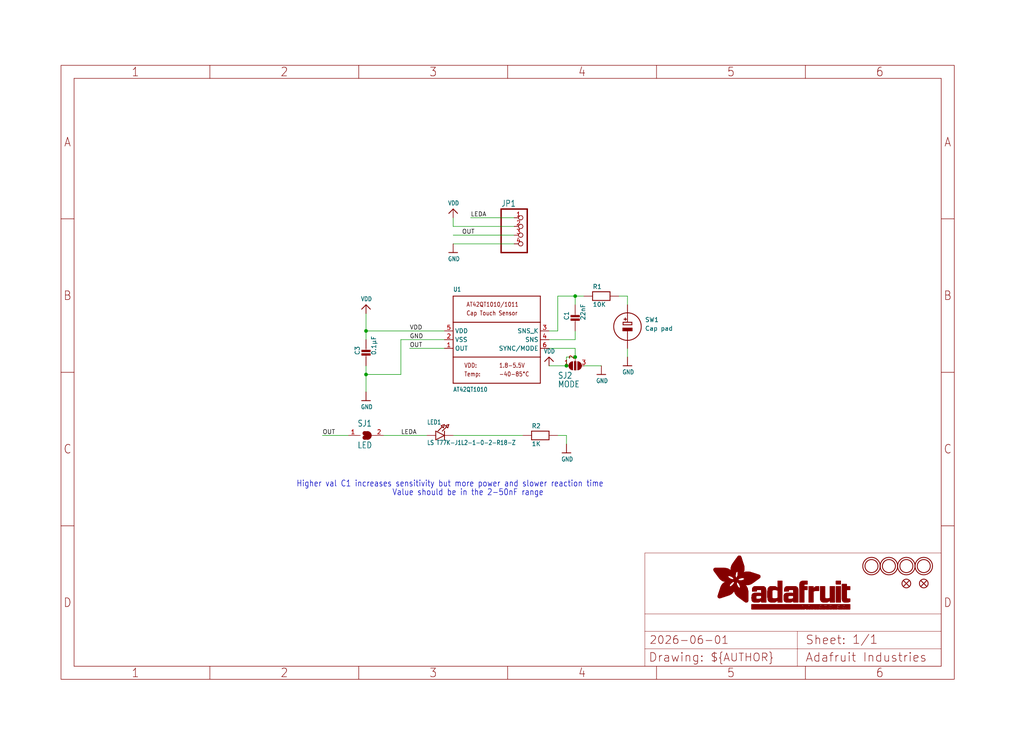
<source format=kicad_sch>
(kicad_sch (version 20230121) (generator eeschema)
  (paper "User" 298.45 217.322)
  (lib_symbols
    (symbol "working-eagle-import:AT42QT1010/1"
      (property "Reference" "U" (at -12.7 13.97 0))
      (symbol "AT42QT1010/1_1_0"
        (text "-40-85°C" (at 0.635 -10.795 0) (effects (font (size 1.27 1.0795)) (justify left bottom)))
        (text "1.8-5.5V" (at 0.635 -8.255 0) (effects (font (size 1.27 1.0795)) (justify left bottom)))
        (text "AT42QT1010/1011" (at -8.89 9.525 0) (effects (font (size 1.27 1.0795)) (justify left bottom)))
        (text "Cap Touch Sensor" (at -8.89 6.985 0) (effects (font (size 1.27 1.0795)) (justify left bottom)))
        (text "Temp:" (at -9.525 -10.795 0) (effects (font (size 1.27 1.0795)) (justify left bottom)))
        (text "VDD:" (at -9.525 -8.255 0) (effects (font (size 1.27 1.0795)) (justify left bottom)))
        (pin output line (at -15.24 -2.54 0) (length 2.54) (name "OUT") (number "1"))
        (pin power_in line (at -15.24 0 0) (length 2.54) (name "VSS") (number "2"))
        (pin bidirectional line (at 15.24 2.54 180) (length 2.54) (name "SNS_K") (number "3"))
        (pin bidirectional line (at 15.24 0 180) (length 2.54) (name "SNS") (number "4"))
        (pin power_in line (at -15.24 2.54 0) (length 2.54) (name "VDD") (number "5"))
        (pin input line (at 15.24 -2.54 180) (length 2.54) (name "SYNC/MODE") (number "6"))
      )
    )
    (symbol "working-eagle-import:CAP_CERAMIC_0805"
      (property "Reference" "C" (at -1.79 0.54 90))
      (symbol "CAP_CERAMIC_0805_1_0"
        (pin passive line (at 0 5.08 270) (length 2.54) (name "P$1") (number "1"))
        (pin passive line (at 0 -2.54 90) (length 2.54) (name "P$2") (number "2"))
      )
    )
    (symbol "working-eagle-import:FIDUCIAL{dblquote}{dblquote}")
    (symbol "working-eagle-import:FRAME_A4_ADAFRUIT"
      (symbol "FRAME_A4_ADAFRUIT_1_0"
        (text "${#}/${##}" (at 230.505 10.16 0) (effects (font (size 2.54 2.54)) (justify left bottom)))
        (text "${AUTHOR}" (at 189.23 5.08 0) (effects (font (size 2.286 2.286)) (justify left bottom)))
        (text "${CURRENT_DATE}" (at 171.45 10.16 0) (effects (font (size 2.286 2.286)) (justify left bottom)))
        (text "${PROJECTNAME}" (at 171.45 15.24 0) (effects (font (size 2.54 2.54)) (justify left bottom)))
        (text "1" (at 21.6958 1.905 0) (effects (font (size 2.54 2.286))))
        (text "1" (at 21.6958 177.165 0) (effects (font (size 2.54 2.286))))
        (text "2" (at 65.0875 1.905 0) (effects (font (size 2.54 2.286))))
        (text "2" (at 65.0875 177.165 0) (effects (font (size 2.54 2.286))))
        (text "3" (at 108.4792 1.905 0) (effects (font (size 2.54 2.286))))
        (text "3" (at 108.4792 177.165 0) (effects (font (size 2.54 2.286))))
        (text "4" (at 151.8708 1.905 0) (effects (font (size 2.54 2.286))))
        (text "4" (at 151.8708 177.165 0) (effects (font (size 2.54 2.286))))
        (text "5" (at 195.2625 1.905 0) (effects (font (size 2.54 2.286))))
        (text "5" (at 195.2625 177.165 0) (effects (font (size 2.54 2.286))))
        (text "6" (at 238.6542 1.905 0) (effects (font (size 2.54 2.286))))
        (text "6" (at 238.6542 177.165 0) (effects (font (size 2.54 2.286))))
        (text "A" (at 1.905 156.6863 0) (effects (font (size 2.54 2.286))))
        (text "A" (at 258.445 156.6863 0) (effects (font (size 2.54 2.286))))
        (text "Adafruit Industries" (at 216.916 4.953 0) (effects (font (size 2.54 2.54)) (justify left bottom)))
        (text "B" (at 1.905 111.9188 0) (effects (font (size 2.54 2.286))))
        (text "B" (at 258.445 111.9188 0) (effects (font (size 2.54 2.286))))
        (text "C" (at 1.905 67.1513 0) (effects (font (size 2.54 2.286))))
        (text "C" (at 258.445 67.1513 0) (effects (font (size 2.54 2.286))))
        (text "D" (at 1.905 22.3838 0) (effects (font (size 2.54 2.286))))
        (text "D" (at 258.445 22.3838 0) (effects (font (size 2.54 2.286))))
        (text "Drawing:" (at 171.196 4.953 0) (effects (font (size 2.54 2.54)) (justify left bottom)))
        (text "Sheet:" (at 216.916 10.033 0) (effects (font (size 2.54 2.54)) (justify left bottom)))
      )
    )
    (symbol "working-eagle-import:GND" (power)
      (property "Value" "GND" (at -1.524 -2.54 0))
      (symbol "GND_1_0"
        (pin power_in line (at 0 2.54 270) (length 2.54) (name "GND") (number "1"))
      )
    )
    (symbol "working-eagle-import:HEADER-1X476MIL"
      (property "Reference" "JP" (at -6.35 8.255 0))
      (symbol "HEADER-1X476MIL_1_0"
        (pin passive inverted (at -2.54 5.08 0) (length 2.54) (name "1") (number "1"))
        (pin passive inverted (at -2.54 2.54 0) (length 2.54) (name "2") (number "2"))
        (pin passive inverted (at -2.54 0 0) (length 2.54) (name "3") (number "3"))
        (pin passive inverted (at -2.54 -2.54 0) (length 2.54) (name "4") (number "4"))
      )
    )
    (symbol "working-eagle-import:LEDPLCC2_REV"
      (property "Reference" "LED" (at -5.08 3.175 0))
      (symbol "LEDPLCC2_REV_1_0"
        (pin passive line (at -5.08 0 0) (length 2.54) (name "A") (number "A"))
        (pin passive line (at 2.54 0 180) (length 2.54) (name "C") (number "K"))
      )
    )
    (symbol "working-eagle-import:MOUNTINGHOLE2.5")
    (symbol "working-eagle-import:RESISTOR_0805"
      (property "Reference" "R" (at -2.54 2.032 0))
      (symbol "RESISTOR_0805_1_0"
        (pin passive line (at -5.08 0 0) (length 2.54) (name "1") (number "1"))
        (pin passive line (at 5.08 0 180) (length 2.54) (name "2") (number "2"))
      )
    )
    (symbol "working-eagle-import:SOLDERJUMPERCLOSED"
      (property "Reference" "SJ" (at -2.54 2.54 0))
      (symbol "SOLDERJUMPERCLOSED_1_0"
        (pin passive line (at -5.08 0 0) (length 2.54) (name "1") (number "1"))
        (pin passive line (at 5.08 0 180) (length 2.54) (name "2") (number "2"))
      )
    )
    (symbol "working-eagle-import:SOLDERJUMPER_2WAY"
      (property "Reference" "SJ" (at -5.08 -3.81 0))
      (symbol "SOLDERJUMPER_2WAY_1_0"
        (pin passive line (at -2.54 0 0) (length 0) (name "1") (number "1"))
        (pin passive line (at 0 2.54 270) (length 0) (name "2") (number "2"))
        (pin passive line (at 2.54 0 180) (length 0) (name "3") (number "3"))
      )
    )
    (symbol "working-eagle-import:SWITCH_CAPTOUCHATMELAT42QT"
      (property "Reference" "SW" (at 5.08 0 0))
      (symbol "SWITCH_CAPTOUCHATMELAT42QT_1_0"
        (pin passive line (at 0 5.08 270) (length 5.08) (name "+") (number "E"))
        (pin passive line (at 0 -7.62 90) (length 5.08) (name "-") (number "G"))
      )
    )
    (symbol "working-eagle-import:VDD" (power)
      (property "Value" "VDD" (at -1.524 1.016 0))
      (symbol "VDD_1_0"
        (pin power_in line (at 0 -2.54 90) (length 2.54) (name "VDD") (number "1"))
      )
    )
  )
  (junction (at 106.68 96.52))
  (junction (at 167.64 86.36))
  (junction (at 167.64 104.14))
  (junction (at 106.68 109.22))
  (junction (at 165.1 106.68))
  (wire (pts (xy 175.26 106.68) (xy 170.18 106.68)) (stroke (width 0.1524)))
  (wire (pts (xy 162.56 86.36) (xy 167.64 86.36)) (stroke (width 0.1524)))
  (wire (pts (xy 162.56 127) (xy 165.1 127)) (stroke (width 0.1524)))
  (wire (pts (xy 149.86 66.04) (xy 132.08 66.04)) (stroke (width 0.1524)))
  (wire (pts (xy 165.1 127) (xy 165.1 129.54)) (stroke (width 0.1524)))
  (wire (pts (xy 160.02 99.06) (xy 167.64 99.06)) (stroke (width 0.1524)))
  (wire (pts (xy 167.64 101.6) (xy 167.64 104.14)) (stroke (width 0.1524)))
  (wire (pts (xy 149.86 68.58) (xy 132.08 68.58)) (stroke (width 0.1524)))
  (wire (pts (xy 129.54 96.52) (xy 106.68 96.52)) (stroke (width 0.1524)))
  (wire (pts (xy 167.64 86.36) (xy 170.18 86.36)) (stroke (width 0.1524)))
  (wire (pts (xy 162.56 96.52) (xy 162.56 86.36)) (stroke (width 0.1524)))
  (wire (pts (xy 167.64 88.9) (xy 167.64 86.36)) (stroke (width 0.1524)))
  (wire (pts (xy 160.02 96.52) (xy 162.56 96.52)) (stroke (width 0.1524)))
  (wire (pts (xy 106.68 96.52) (xy 106.68 91.44)) (stroke (width 0.1524)))
  (wire (pts (xy 165.1 104.14) (xy 165.1 106.68)) (stroke (width 0.1524)))
  (wire (pts (xy 160.02 106.68) (xy 165.1 106.68)) (stroke (width 0.1524)))
  (wire (pts (xy 132.08 71.12) (xy 149.86 71.12)) (stroke (width 0.1524)))
  (wire (pts (xy 132.08 66.04) (xy 132.08 63.5)) (stroke (width 0.1524)))
  (wire (pts (xy 116.84 109.22) (xy 106.68 109.22)) (stroke (width 0.1524)))
  (wire (pts (xy 167.64 99.06) (xy 167.64 96.52)) (stroke (width 0.1524)))
  (wire (pts (xy 111.76 127) (xy 124.46 127)) (stroke (width 0.1524)))
  (wire (pts (xy 129.54 99.06) (xy 116.84 99.06)) (stroke (width 0.1524)))
  (wire (pts (xy 180.34 86.36) (xy 182.88 86.36)) (stroke (width 0.1524)))
  (wire (pts (xy 116.84 99.06) (xy 116.84 109.22)) (stroke (width 0.1524)))
  (wire (pts (xy 106.68 96.52) (xy 106.68 99.06)) (stroke (width 0.1524)))
  (wire (pts (xy 106.68 106.68) (xy 106.68 109.22)) (stroke (width 0.1524)))
  (wire (pts (xy 182.88 101.6) (xy 182.88 104.14)) (stroke (width 0.1524)))
  (wire (pts (xy 101.6 127) (xy 93.98 127)) (stroke (width 0.1524)))
  (wire (pts (xy 106.68 109.22) (xy 106.68 114.3)) (stroke (width 0.1524)))
  (wire (pts (xy 167.64 104.14) (xy 165.1 104.14)) (stroke (width 0.1524)))
  (wire (pts (xy 137.16 63.5) (xy 149.86 63.5)) (stroke (width 0.1524)))
  (wire (pts (xy 182.88 86.36) (xy 182.88 88.9)) (stroke (width 0.1524)))
  (wire (pts (xy 132.08 127) (xy 152.4 127)) (stroke (width 0.1524)))
  (wire (pts (xy 160.02 101.6) (xy 167.64 101.6)) (stroke (width 0.1524)))
  (wire (pts (xy 129.54 101.6) (xy 119.38 101.6)) (stroke (width 0.1524)))
  (text "Value should be in the 2-50nF range" (at 114.3 144.78 0) (effects (font (size 1.778 1.5113)) (justify left bottom)))
  (text "Higher val C1 increases sensitivity but more power and slower reaction time" (at 86.36 142.24 0) (effects (font (size 1.778 1.5113)) (justify left bottom)))
  (label "VDD" (at 119.38 96.52 0) (effects (font (size 1.2446 1.2446))))
  (label "LEDA" (at 116.84 127 0) (effects (font (size 1.2446 1.2446))))
  (label "OUT" (at 93.98 127 0) (effects (font (size 1.2446 1.2446))))
  (label "LEDA" (at 137.16 63.5 0) (effects (font (size 1.2446 1.2446))))
  (label "GND" (at 119.38 99.06 0) (effects (font (size 1.2446 1.2446))))
  (label "OUT" (at 134.62 68.58 0) (effects (font (size 1.2446 1.2446))))
  (label "OUT" (at 119.38 101.6 0) (effects (font (size 1.2446 1.2446))))
  (symbol (lib_id "working-eagle-import:FIDUCIAL{dblquote}{dblquote}") (at 264.16 170.18 0) (unit 1)
    (property "Reference" "FID2" (effects hide))
    (property "Value" "FIDUCIAL{dblquote}{dblquote}" (effects hide))
    (property "Footprint" "working:FIDUCIAL_1MM" (effects hide))
  )
  (symbol (lib_id "working-eagle-import:GND") (at 106.68 116.84 0) (unit 1)
    (property "Reference" "#U$3" (effects hide))
    (property "Value" "GND" (at 105.156 119.38 0) (effects (font (size 1.27 1.0795)) (justify left bottom)))
  )
  (symbol (lib_id "working-eagle-import:CAP_CERAMIC_0805") (at 167.64 93.98 0) (unit 1)
    (property "Reference" "C1" (at 165.85 93.44 90) (effects (justify left bottom)))
    (property "Value" "22nF" (at 170.64 93.44 90) (effects (justify left bottom)))
    (property "Footprint" "working:_0805" (effects hide))
  )
  (symbol (lib_id "working-eagle-import:MOUNTINGHOLE2.5") (at 254 165.1 0) (unit 1)
    (property "Reference" "U$11" (effects hide))
    (property "Value" "MOUNTINGHOLE2.5" (effects hide))
    (property "Footprint" "working:MOUNTINGHOLE_2.5_PLATED" (effects hide))
  )
  (symbol (lib_id "working-eagle-import:FIDUCIAL{dblquote}{dblquote}") (at 269.24 170.18 0) (unit 1)
    (property "Reference" "FID1" (effects hide))
    (property "Value" "FIDUCIAL{dblquote}{dblquote}" (effects hide))
    (property "Footprint" "working:FIDUCIAL_1MM" (effects hide))
  )
  (symbol (lib_id "working-eagle-import:GND") (at 132.08 73.66 0) (unit 1)
    (property "Reference" "#U$8" (effects hide))
    (property "Value" "GND" (at 130.556 76.2 0) (effects (font (size 1.27 1.0795)) (justify left bottom)))
  )
  (symbol (lib_id "working-eagle-import:RESISTOR_0805") (at 157.48 127 0) (unit 1)
    (property "Reference" "R2" (at 154.94 124.968 0) (effects (justify left bottom)))
    (property "Value" "1K" (at 154.94 130.175 0) (effects (justify left bottom)))
    (property "Footprint" "working:_0805" (effects hide))
  )
  (symbol (lib_id "working-eagle-import:GND") (at 165.1 132.08 0) (unit 1)
    (property "Reference" "#U$5" (effects hide))
    (property "Value" "GND" (at 163.576 134.62 0) (effects (font (size 1.27 1.0795)) (justify left bottom)))
  )
  (symbol (lib_id "working-eagle-import:CAP_CERAMIC_0805") (at 106.68 104.14 0) (unit 1)
    (property "Reference" "C3" (at 104.89 103.6 90) (effects (justify left bottom)))
    (property "Value" "0.1µF" (at 109.68 103.6 90) (effects (justify left bottom)))
    (property "Footprint" "working:_0805" (effects hide))
  )
  (symbol (lib_id "working-eagle-import:VDD") (at 160.02 104.14 0) (unit 1)
    (property "Reference" "#U$14" (effects hide))
    (property "Value" "VDD" (at 158.496 103.124 0) (effects (font (size 1.27 1.0795)) (justify left bottom)))
  )
  (symbol (lib_id "working-eagle-import:VDD") (at 106.68 88.9 0) (unit 1)
    (property "Reference" "#U$4" (effects hide))
    (property "Value" "VDD" (at 105.156 87.884 0) (effects (font (size 1.27 1.0795)) (justify left bottom)))
  )
  (symbol (lib_id "working-eagle-import:SOLDERJUMPERCLOSED") (at 106.68 127 0) (unit 1)
    (property "Reference" "SJ1" (at 104.14 124.46 0) (effects (font (size 1.778 1.5113)) (justify left bottom)))
    (property "Value" "LED" (at 104.14 130.81 0) (effects (font (size 1.778 1.5113)) (justify left bottom)))
    (property "Footprint" "working:SOLDERJUMPER_CLOSEDWIRE" (effects hide))
  )
  (symbol (lib_id "working-eagle-import:SWITCH_CAPTOUCHATMELAT42QT") (at 182.88 93.98 0) (unit 1)
    (property "Reference" "SW1" (at 187.96 93.98 0) (effects (justify left bottom)))
    (property "Value" "Cap pad" (at 187.96 96.52 0) (effects (justify left bottom)))
    (property "Footprint" "working:CAPTOUCH_SIMPLE_12.5MM" (effects hide))
  )
  (symbol (lib_id "working-eagle-import:MOUNTINGHOLE2.5") (at 264.16 165.1 0) (unit 1)
    (property "Reference" "U$10" (effects hide))
    (property "Value" "MOUNTINGHOLE2.5" (effects hide))
    (property "Footprint" "working:MOUNTINGHOLE_2.5_PLATED" (effects hide))
  )
  (symbol (lib_id "working-eagle-import:VDD") (at 132.08 60.96 0) (unit 1)
    (property "Reference" "#U$7" (effects hide))
    (property "Value" "VDD" (at 130.556 59.944 0) (effects (font (size 1.27 1.0795)) (justify left bottom)))
  )
  (symbol (lib_id "working-eagle-import:HEADER-1X476MIL") (at 152.4 68.58 0) (unit 1)
    (property "Reference" "JP1" (at 146.05 60.325 0) (effects (font (size 1.778 1.5113)) (justify left bottom)))
    (property "Value" "HEADER-1X476MIL" (effects hide))
    (property "Footprint" "working:1X04_ROUND_76" (effects hide))
  )
  (symbol (lib_id "working-eagle-import:LEDPLCC2_REV") (at 129.54 127 0) (unit 1)
    (property "Reference" "LED1" (at 124.46 123.825 0) (effects (font (size 1.27 1.0795)) (justify left bottom)))
    (property "Value" "LS T77K-J1L2-1-0-2-R18-Z" (at 124.46 129.794 0) (effects (font (size 1.27 1.0795)) (justify left bottom)))
    (property "Footprint" "working:PLCC2_REVMOUNT" (effects hide))
  )
  (symbol (lib_id "working-eagle-import:GND") (at 182.88 106.68 0) (unit 1)
    (property "Reference" "#U$2" (effects hide))
    (property "Value" "GND" (at 181.356 109.22 0) (effects (font (size 1.27 1.0795)) (justify left bottom)))
  )
  (symbol (lib_id "working-eagle-import:SOLDERJUMPER_2WAY") (at 167.64 106.68 0) (unit 1)
    (property "Reference" "SJ2" (at 162.56 110.49 0) (effects (font (size 1.778 1.5113)) (justify left bottom)))
    (property "Value" "MODE" (at 162.56 113.03 0) (effects (font (size 1.778 1.5113)) (justify left bottom)))
    (property "Footprint" "working:SOLDERJUMPER_2WAY_OPEN_NOPASTE" (effects hide))
  )
  (symbol (lib_id "working-eagle-import:MOUNTINGHOLE2.5") (at 269.24 165.1 0) (unit 1)
    (property "Reference" "U$9" (effects hide))
    (property "Value" "MOUNTINGHOLE2.5" (effects hide))
    (property "Footprint" "working:MOUNTINGHOLE_2.5_PLATED" (effects hide))
  )
  (symbol (lib_id "working-eagle-import:RESISTOR_0805") (at 175.26 86.36 0) (unit 1)
    (property "Reference" "R1" (at 172.72 84.328 0) (effects (justify left bottom)))
    (property "Value" "10K" (at 172.72 89.535 0) (effects (justify left bottom)))
    (property "Footprint" "working:_0805" (effects hide))
  )
  (symbol (lib_id "working-eagle-import:GND") (at 175.26 109.22 0) (unit 1)
    (property "Reference" "#U$13" (effects hide))
    (property "Value" "GND" (at 173.736 111.76 0) (effects (font (size 1.27 1.0795)) (justify left bottom)))
  )
  (symbol (lib_id "working-eagle-import:MOUNTINGHOLE2.5") (at 259.08 165.1 0) (unit 1)
    (property "Reference" "U$6" (effects hide))
    (property "Value" "MOUNTINGHOLE2.5" (effects hide))
    (property "Footprint" "working:MOUNTINGHOLE_2.5_PLATED" (effects hide))
  )
  (symbol (lib_id "working-eagle-import:AT42QT1010/1") (at 144.78 99.06 0) (unit 1)
    (property "Reference" "U1" (at 132.08 85.09 0) (effects (font (size 1.27 1.0795)) (justify left bottom)))
    (property "Value" "AT42QT1010" (at 132.08 114.3 0) (effects (font (size 1.27 1.0795)) (justify left bottom)))
    (property "Footprint" "working:SOT23-6" (effects hide))
  )
  (symbol (lib_id "working-eagle-import:FRAME_A4_ADAFRUIT") (at 17.78 198.12 0) (unit 1)
    (property "Reference" "#U$1" (effects hide))
    (property "Value" "FRAME_A4_ADAFRUIT" (effects hide))
  )
)
</source>
